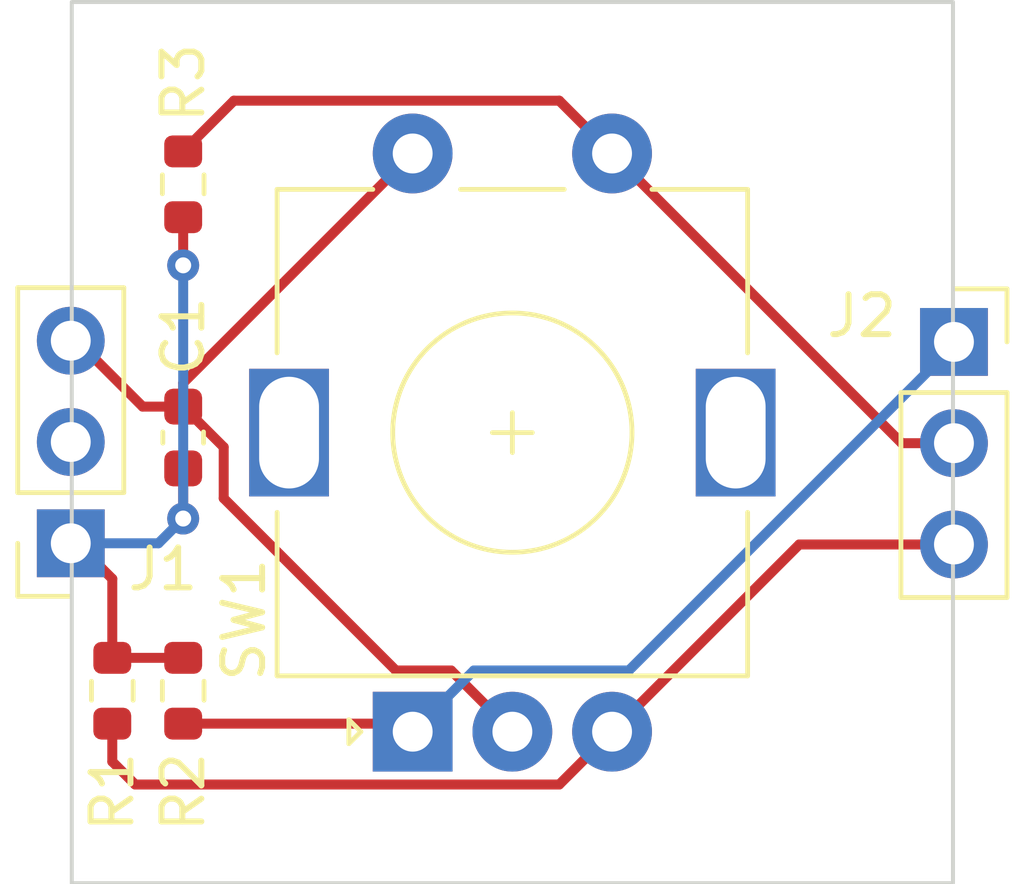
<source format=kicad_pcb>
(kicad_pcb (version 20210722) (generator pcbnew)
  (layers (0 "F.Cu" signal) (31 "B.Cu" signal) (34 "B.Paste" user) (35 "F.Paste" user) (36 "B.SilkS" user "B.Silkscreen") (37 "F.SilkS" user "F.Silkscreen") (38 "B.Mask" user) (39 "F.Mask" user) (44 "Edge.Cuts" user))
  (net 0 "")
  (net 1 "+3V3")
  (net 2 "GND")
  (net 3 "/B")
  (net 4 "/A")
  (net 5 "/SW")
  (footprint "Rotary_Encoder:RotaryEncoder_Alps_EC11E-Switch_Vertical_H20mm" (layer "F.Cu") (at 142.153 108.723 90)
    (fp_text reference "SW1" (at 2.805 -4.231 90) (layer "F.SilkS"))
    (fp_text value "Rot")
    (fp_line (start 7.5 2) (end 7.5 3) (layer "F.SilkS") (width 0.12))
    (fp_line (start 5.5 8.4) (end 1.4 8.4) (layer "F.SilkS") (width 0.12))
    (fp_line (start 13.6 8.4) (end 9.5 8.4) (layer "F.SilkS") (width 0.12))
    (fp_line (start 0 -1.3) (end -0.3 -1.6) (layer "F.SilkS") (width 0.12))
    (fp_line (start 5.5 -3.4) (end 1.4 -3.4) (layer "F.SilkS") (width 0.12))
    (fp_line (start 13.6 1.2) (end 13.6 3.8) (layer "F.SilkS") (width 0.12))
    (fp_line (start 13.6 6) (end 13.6 8.4) (layer "F.SilkS") (width 0.12))
    (fp_line (start 9.5 -3.4) (end 13.6 -3.4) (layer "F.SilkS") (width 0.12))
    (fp_line (start 1.4 -3.4) (end 1.4 8.4) (layer "F.SilkS") (width 0.12))
    (fp_line (start 7 2.5) (end 8 2.5) (layer "F.SilkS") (width 0.12))
    (fp_line (start 0.3 -1.6) (end 0 -1.3) (layer "F.SilkS") (width 0.12))
    (fp_line (start -0.3 -1.6) (end 0.3 -1.6) (layer "F.SilkS") (width 0.12))
    (fp_line (start 13.6 -3.4) (end 13.6 -1) (layer "F.SilkS") (width 0.12))
    (fp_circle (center 7.5 2.5) (end 10.5 2.5) (layer "F.SilkS") (width 0.12) (fill none))
    (pad "A" thru_hole rect locked (at 0 0 90) (size 2 2) (drill 1) (layers *.Cu *.Mask) (net 4 "/A"))
    (pad "B" thru_hole circle locked (at 0 5 90) (size 2 2) (drill 1) (layers *.Cu *.Mask) (net 3 "/B"))
    (pad "C" thru_hole circle locked (at 0 2.5 90) (size 2 2) (drill 1) (layers *.Cu *.Mask) (net 2 "GND"))
    (pad "MP" thru_hole rect locked (at 7.5 -3.1 90) (size 3.2 2) (drill oval 2.8 1.5) (layers *.Cu *.Mask))
    (pad "MP" thru_hole rect locked (at 7.5 8.1 90) (size 3.2 2) (drill oval 2.8 1.5) (layers *.Cu *.Mask))
    (pad "S1" thru_hole circle locked (at 14.5 5 90) (size 2 2) (drill 1) (layers *.Cu *.Mask) (net 5 "/SW"))
    (pad "S2" thru_hole circle locked (at 14.5 0 90) (size 2 2) (drill 1) (layers *.Cu *.Mask) (net 2 "GND"))
  )
  (footprint "Connector_PinSocket_2.54mm:PinSocket_1x03_P2.54mm_Vertical" (layer "F.Cu") (at 133.579 103.998 180)
    (fp_text reference "J1" (at -2.311 -0.65) (layer "F.SilkS"))
    (fp_text value "Power")
    (fp_line (start 1.33 1.27) (end 1.33 6.41) (layer "F.SilkS") (width 0.12))
    (fp_line (start -1.33 6.41) (end 1.33 6.41) (layer "F.SilkS") (width 0.12))
    (fp_line (start -1.33 1.27) (end -1.33 6.41) (layer "F.SilkS") (width 0.12))
    (fp_line (start -1.33 1.27) (end 1.33 1.27) (layer "F.SilkS") (width 0.12))
    (fp_line (start 0 -1.33) (end 1.33 -1.33) (layer "F.SilkS") (width 0.12))
    (fp_line (start 1.33 -1.33) (end 1.33 0) (layer "F.SilkS") (width 0.12))
    (pad "1" thru_hole rect locked (at 0 0 180) (size 1.7 1.7) (drill 1) (layers *.Cu *.Mask) (net 1 "+3V3"))
    (pad "2" thru_hole oval locked (at 0 2.54 180) (size 1.7 1.7) (drill 1) (layers *.Cu *.Mask))
    (pad "3" thru_hole oval locked (at 0 5.08 180) (size 1.7 1.7) (drill 1) (layers *.Cu *.Mask) (net 2 "GND"))
  )
  (footprint "Resistor_SMD:R_0603_1608Metric" (layer "F.Cu") (at 136.398 107.696 90)
    (fp_text reference "R2" (at -2.54 0 90) (layer "F.SilkS"))
    (fp_text value "47k")
    (fp_line (start -0.237258 -0.5225) (end 0.237258 -0.5225) (layer "F.SilkS") (width 0.12))
    (fp_line (start -0.237258 0.5225) (end 0.237258 0.5225) (layer "F.SilkS") (width 0.12))
    (pad "1" smd roundrect locked (at -0.825 0 90) (size 0.8 0.95) (layers "F.Cu" "F.Paste" "F.Mask") (net 4 "/A"))
    (pad "2" smd roundrect locked (at 0.825 0 90) (size 0.8 0.95) (layers "F.Cu" "F.Paste" "F.Mask") (net 1 "+3V3"))
  )
  (footprint "Resistor_SMD:R_0603_1608Metric" (layer "F.Cu") (at 136.398 94.996 -90)
    (fp_text reference "R3" (at -2.54 0 90) (layer "F.SilkS"))
    (fp_text value "47k")
    (fp_line (start -0.237258 0.5225) (end 0.237258 0.5225) (layer "F.SilkS") (width 0.12))
    (fp_line (start -0.237258 -0.5225) (end 0.237258 -0.5225) (layer "F.SilkS") (width 0.12))
    (pad "1" smd roundrect locked (at -0.825 0 270) (size 0.8 0.95) (layers "F.Cu" "F.Paste" "F.Mask") (net 5 "/SW"))
    (pad "2" smd roundrect locked (at 0.825 0 270) (size 0.8 0.95) (layers "F.Cu" "F.Paste" "F.Mask") (net 1 "+3V3"))
  )
  (footprint "Resistor_SMD:R_0603_1608Metric" (layer "F.Cu") (at 134.62 107.696 90)
    (fp_text reference "R1" (at -2.54 0 90) (layer "F.SilkS"))
    (fp_text value "47k")
    (fp_line (start -0.237258 0.5225) (end 0.237258 0.5225) (layer "F.SilkS") (width 0.12))
    (fp_line (start -0.237258 -0.5225) (end 0.237258 -0.5225) (layer "F.SilkS") (width 0.12))
    (pad "1" smd roundrect locked (at -0.825 0 90) (size 0.8 0.95) (layers "F.Cu" "F.Paste" "F.Mask") (net 3 "/B"))
    (pad "2" smd roundrect locked (at 0.825 0 90) (size 0.8 0.95) (layers "F.Cu" "F.Paste" "F.Mask") (net 1 "+3V3"))
  )
  (footprint "Capacitor_SMD:C_0603_1608Metric" (layer "F.Cu") (at 136.398 101.346 90)
    (fp_text reference "C1" (at 2.54 0 90) (layer "F.SilkS"))
    (fp_text value "10u")
    (fp_line (start -0.14058 0.51) (end 0.14058 0.51) (layer "F.SilkS") (width 0.12))
    (fp_line (start -0.14058 -0.51) (end 0.14058 -0.51) (layer "F.SilkS") (width 0.12))
    (pad "1" smd roundrect locked (at -0.775 0 90) (size 0.9 0.95) (layers "F.Cu" "F.Paste" "F.Mask") (net 1 "+3V3"))
    (pad "2" smd roundrect locked (at 0.775 0 90) (size 0.9 0.95) (layers "F.Cu" "F.Paste" "F.Mask") (net 2 "GND"))
  )
  (footprint "Connector_PinSocket_2.54mm:PinSocket_1x03_P2.54mm_Vertical" (layer "F.Cu") (at 155.727 98.948)
    (fp_text reference "J2" (at -2.311 -0.65) (layer "F.SilkS"))
    (fp_text value "Data")
    (fp_line (start 1.33 1.27) (end 1.33 6.41) (layer "F.SilkS") (width 0.12))
    (fp_line (start -1.33 1.27) (end -1.33 6.41) (layer "F.SilkS") (width 0.12))
    (fp_line (start 1.33 -1.33) (end 1.33 0) (layer "F.SilkS") (width 0.12))
    (fp_line (start -1.33 6.41) (end 1.33 6.41) (layer "F.SilkS") (width 0.12))
    (fp_line (start -1.33 1.27) (end 1.33 1.27) (layer "F.SilkS") (width 0.12))
    (fp_line (start 0 -1.33) (end 1.33 -1.33) (layer "F.SilkS") (width 0.12))
    (pad "1" thru_hole rect locked (at 0 0) (size 1.7 1.7) (drill 1) (layers *.Cu *.Mask) (net 4 "/A"))
    (pad "2" thru_hole oval locked (at 0 2.54) (size 1.7 1.7) (drill 1) (layers *.Cu *.Mask) (net 5 "/SW"))
    (pad "3" thru_hole oval locked (at 0 5.08) (size 1.7 1.7) (drill 1) (layers *.Cu *.Mask) (net 3 "/B"))
  )
  (gr_rect (start 155.702 112.522) (end 133.604 90.424) (layer "Edge.Cuts") (width 0.1) (fill none))
  (segment (start 134.62 106.871) (end 134.62 104.88898) (width 0.25) (layer "F.Cu") (net 1))
  (segment (start 136.398 97.028) (end 136.398 95.821) (width 0.25) (layer "F.Cu") (net 1))
  (segment (start 134.62 106.871) (end 136.398 106.871) (width 0.25) (layer "F.Cu") (net 1))
  (segment (start 134.62 104.88898) (end 133.72902 103.998) (width 0.25) (layer "F.Cu") (net 1))
  (segment (start 136.398 103.378) (end 136.398 102.121) (width 0.25) (layer "F.Cu") (net 1))
  (via (at 136.398 103.378) (size 0.8) (drill 0.4) (layers "F.Cu" "B.Cu") (net 1))
  (via (at 136.398 97.028) (size 0.8) (drill 0.4) (layers "F.Cu" "B.Cu") (net 1))
  (segment (start 136.398 97.028) (end 136.398 103.378) (width 0.25) (layer "B.Cu") (net 1))
  (segment (start 136.398 103.378) (end 135.778 103.998) (width 0.25) (layer "B.Cu") (net 1))
  (segment (start 135.778 103.998) (end 133.72902 103.998) (width 0.25) (layer "B.Cu") (net 1))
  (segment (start 141.732 107.188) (end 137.414 102.87) (width 0.25) (layer "F.Cu") (net 2))
  (segment (start 136.398 99.978) (end 142.153 94.223) (width 0.25) (layer "F.Cu") (net 2))
  (segment (start 137.414 102.87) (end 137.414 101.587) (width 0.25) (layer "F.Cu") (net 2))
  (segment (start 144.653 108.723) (end 143.118 107.188) (width 0.25) (layer "F.Cu") (net 2))
  (segment (start 143.118 107.188) (end 141.732 107.188) (width 0.25) (layer "F.Cu") (net 2))
  (segment (start 136.398 100.571) (end 136.398 99.978) (width 0.25) (layer "F.Cu") (net 2))
  (segment (start 135.38202 100.571) (end 133.72902 98.918) (width 0.25) (layer "F.Cu") (net 2))
  (segment (start 137.414 101.587) (end 136.398 100.571) (width 0.25) (layer "F.Cu") (net 2))
  (segment (start 136.398 100.571) (end 135.38202 100.571) (width 0.25) (layer "F.Cu") (net 2))
  (segment (start 135.193511 110.047511) (end 145.828489 110.047511) (width 0.25) (layer "F.Cu") (net 3))
  (segment (start 134.62 108.521) (end 134.62 109.474) (width 0.25) (layer "F.Cu") (net 3))
  (segment (start 134.62 109.474) (end 135.193511 110.047511) (width 0.25) (layer "F.Cu") (net 3))
  (segment (start 151.848 104.028) (end 155.57698 104.028) (width 0.25) (layer "F.Cu") (net 3))
  (segment (start 147.153 108.723) (end 151.848 104.028) (width 0.25) (layer "F.Cu") (net 3))
  (segment (start 145.828489 110.047511) (end 147.153 108.723) (width 0.25) (layer "F.Cu") (net 3))
  (segment (start 136.398 108.521) (end 141.951 108.521) (width 0.25) (layer "F.Cu") (net 4))
  (segment (start 141.951 108.521) (end 142.153 108.723) (width 0.25) (layer "F.Cu") (net 4))
  (segment (start 147.574 107.188) (end 155.57698 99.18502) (width 0.25) (layer "B.Cu") (net 4))
  (segment (start 143.688 107.188) (end 147.574 107.188) (width 0.25) (layer "B.Cu") (net 4))
  (segment (start 155.57698 99.18502) (end 155.57698 98.948) (width 0.25) (layer "B.Cu") (net 4))
  (segment (start 142.153 108.723) (end 143.688 107.188) (width 0.25) (layer "B.Cu") (net 4))
  (segment (start 147.153 94.223) (end 145.828489 92.898489) (width 0.25) (layer "F.Cu") (net 5))
  (segment (start 137.670511 92.898489) (end 136.398 94.171) (width 0.25) (layer "F.Cu") (net 5))
  (segment (start 147.153 94.223) (end 154.418 101.488) (width 0.25) (layer "F.Cu") (net 5))
  (segment (start 145.828489 92.898489) (end 137.670511 92.898489) (width 0.25) (layer "F.Cu") (net 5))
  (segment (start 154.418 101.488) (end 155.57698 101.488) (width 0.25) (layer "F.Cu") (net 5))
)
</source>
